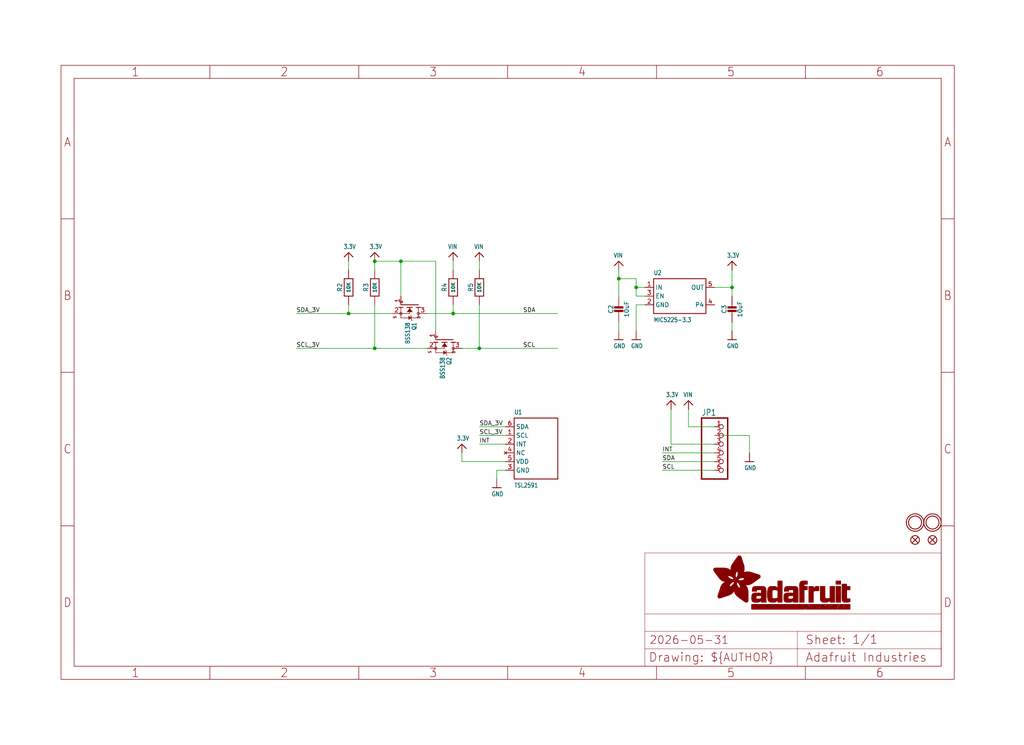
<source format=kicad_sch>
(kicad_sch (version 20230121) (generator eeschema)
  (paper "User" 298.45 217.322)
  (lib_symbols
    (symbol "working-eagle-import:3.3V" (power)
      (property "Value" "3.3V" (at -1.524 1.016 0))
      (symbol "3.3V_1_0"
        (pin power_in line (at 0 -2.54 90) (length 2.54) (name "3.3V") (number "1"))
      )
    )
    (symbol "working-eagle-import:CAP_CERAMIC0805-NOOUTLINE"
      (property "Reference" "C" (at -2.29 1.25 90))
      (symbol "CAP_CERAMIC0805-NOOUTLINE_1_0"
        (pin passive line (at 0 5.08 270) (length 2.54) (name "1") (number "1"))
        (pin passive line (at 0 -2.54 90) (length 2.54) (name "2") (number "2"))
      )
    )
    (symbol "working-eagle-import:FIDUCIAL{dblquote}{dblquote}")
    (symbol "working-eagle-import:FRAME_A4_ADAFRUIT"
      (symbol "FRAME_A4_ADAFRUIT_1_0"
        (text "${#}/${##}" (at 230.505 10.16 0) (effects (font (size 2.54 2.54)) (justify left bottom)))
        (text "${AUTHOR}" (at 189.23 5.08 0) (effects (font (size 2.286 2.286)) (justify left bottom)))
        (text "${CURRENT_DATE}" (at 171.45 10.16 0) (effects (font (size 2.286 2.286)) (justify left bottom)))
        (text "${PROJECTNAME}" (at 171.45 15.24 0) (effects (font (size 2.54 2.54)) (justify left bottom)))
        (text "1" (at 21.6958 1.905 0) (effects (font (size 2.54 2.286))))
        (text "1" (at 21.6958 177.165 0) (effects (font (size 2.54 2.286))))
        (text "2" (at 65.0875 1.905 0) (effects (font (size 2.54 2.286))))
        (text "2" (at 65.0875 177.165 0) (effects (font (size 2.54 2.286))))
        (text "3" (at 108.4792 1.905 0) (effects (font (size 2.54 2.286))))
        (text "3" (at 108.4792 177.165 0) (effects (font (size 2.54 2.286))))
        (text "4" (at 151.8708 1.905 0) (effects (font (size 2.54 2.286))))
        (text "4" (at 151.8708 177.165 0) (effects (font (size 2.54 2.286))))
        (text "5" (at 195.2625 1.905 0) (effects (font (size 2.54 2.286))))
        (text "5" (at 195.2625 177.165 0) (effects (font (size 2.54 2.286))))
        (text "6" (at 238.6542 1.905 0) (effects (font (size 2.54 2.286))))
        (text "6" (at 238.6542 177.165 0) (effects (font (size 2.54 2.286))))
        (text "A" (at 1.905 156.6863 0) (effects (font (size 2.54 2.286))))
        (text "A" (at 258.445 156.6863 0) (effects (font (size 2.54 2.286))))
        (text "Adafruit Industries" (at 216.916 4.953 0) (effects (font (size 2.54 2.54)) (justify left bottom)))
        (text "B" (at 1.905 111.9188 0) (effects (font (size 2.54 2.286))))
        (text "B" (at 258.445 111.9188 0) (effects (font (size 2.54 2.286))))
        (text "C" (at 1.905 67.1513 0) (effects (font (size 2.54 2.286))))
        (text "C" (at 258.445 67.1513 0) (effects (font (size 2.54 2.286))))
        (text "D" (at 1.905 22.3838 0) (effects (font (size 2.54 2.286))))
        (text "D" (at 258.445 22.3838 0) (effects (font (size 2.54 2.286))))
        (text "Drawing:" (at 171.196 4.953 0) (effects (font (size 2.54 2.54)) (justify left bottom)))
        (text "Sheet:" (at 216.916 10.033 0) (effects (font (size 2.54 2.54)) (justify left bottom)))
      )
    )
    (symbol "working-eagle-import:GND" (power)
      (property "Value" "GND" (at -1.524 -2.54 0))
      (symbol "GND_1_0"
        (pin power_in line (at 0 2.54 270) (length 2.54) (name "GND") (number "1"))
      )
    )
    (symbol "working-eagle-import:HEADER-1X676MIL_FULLROUND"
      (property "Reference" "JP" (at -6.35 10.795 0))
      (symbol "HEADER-1X676MIL_FULLROUND_1_0"
        (pin passive inverted (at -2.54 7.62 0) (length 2.54) (name "1") (number "1"))
        (pin passive inverted (at -2.54 5.08 0) (length 2.54) (name "2") (number "2"))
        (pin passive inverted (at -2.54 2.54 0) (length 2.54) (name "3") (number "3"))
        (pin passive inverted (at -2.54 0 0) (length 2.54) (name "4") (number "4"))
        (pin passive inverted (at -2.54 -2.54 0) (length 2.54) (name "5") (number "5"))
        (pin passive inverted (at -2.54 -5.08 0) (length 2.54) (name "6") (number "6"))
      )
    )
    (symbol "working-eagle-import:LIGHT_TSL2591"
      (property "Reference" "U" (at -7.62 8.636 0))
      (symbol "LIGHT_TSL2591_1_0"
        (pin bidirectional line (at -10.16 2.54 0) (length 2.54) (name "SCL") (number "1"))
        (pin output line (at -10.16 0 0) (length 2.54) (name "INT") (number "2"))
        (pin power_in line (at -10.16 -7.62 0) (length 2.54) (name "GND") (number "3"))
        (pin no_connect line (at -10.16 -2.54 0) (length 2.54) (name "NC") (number "4"))
        (pin power_in line (at -10.16 -5.08 0) (length 2.54) (name "VDD") (number "5"))
        (pin bidirectional line (at -10.16 5.08 0) (length 2.54) (name "SDA") (number "6"))
      )
    )
    (symbol "working-eagle-import:MOSFET-NWIDE"
      (property "Reference" "Q" (at 5.08 0.635 0))
      (symbol "MOSFET-NWIDE_1_0"
        (text "D" (at 3.175 3.175 0) (effects (font (size 0.8128 0.6908)) (justify left bottom)))
        (text "G" (at -1.27 -1.905 0) (effects (font (size 0.8128 0.6908)) (justify left bottom)))
        (text "S" (at 3.175 -3.81 0) (effects (font (size 0.8128 0.6908)) (justify left bottom)))
        (pin bidirectional line (at -2.54 -2.54 0) (length 2.54) (name "G") (number "1"))
        (pin bidirectional line (at 2.54 -5.08 90) (length 2.54) (name "S") (number "2"))
        (pin bidirectional line (at 2.54 5.08 270) (length 2.54) (name "D") (number "3"))
      )
    )
    (symbol "working-eagle-import:MOUNTINGHOLE2.5")
    (symbol "working-eagle-import:RESISTOR0805_NOOUTLINE"
      (property "Reference" "R" (at 0 2.54 0))
      (symbol "RESISTOR0805_NOOUTLINE_1_0"
        (pin passive line (at -5.08 0 0) (length 2.54) (name "1") (number "1"))
        (pin passive line (at 5.08 0 180) (length 2.54) (name "2") (number "2"))
      )
    )
    (symbol "working-eagle-import:RESISTOR_0805MP"
      (property "Reference" "R" (at 0 2.54 0))
      (symbol "RESISTOR_0805MP_1_0"
        (pin passive line (at -5.08 0 0) (length 2.54) (name "1") (number "1"))
        (pin passive line (at 5.08 0 180) (length 2.54) (name "2") (number "2"))
      )
    )
    (symbol "working-eagle-import:VIN" (power)
      (property "Value" "VIN" (at -1.524 1.016 0))
      (symbol "VIN_1_0"
        (pin power_in line (at 0 -2.54 90) (length 2.54) (name "VIN") (number "1"))
      )
    )
    (symbol "working-eagle-import:VREG_SOT23-5"
      (property "Reference" "U" (at -7.62 6.096 0))
      (symbol "VREG_SOT23-5_1_0"
        (pin power_in line (at -10.16 2.54 0) (length 2.54) (name "IN") (number "1"))
        (pin power_in line (at -10.16 -2.54 0) (length 2.54) (name "GND") (number "2"))
        (pin input line (at -10.16 0 0) (length 2.54) (name "EN") (number "3"))
        (pin bidirectional line (at 10.16 -2.54 180) (length 2.54) (name "P4") (number "4"))
        (pin power_in line (at 10.16 2.54 180) (length 2.54) (name "OUT") (number "5"))
      )
    )
  )
  (junction (at 213.36 83.82))
  (junction (at 109.22 76.2))
  (junction (at 109.22 101.6))
  (junction (at 116.84 76.2))
  (junction (at 132.08 91.44))
  (junction (at 180.34 81.28))
  (junction (at 101.6 91.44))
  (junction (at 139.7 101.6))
  (junction (at 185.42 83.82))
  (wire (pts (xy 139.7 101.6) (xy 162.56 101.6)) (stroke (width 0.1524)))
  (wire (pts (xy 127 76.2) (xy 116.84 76.2)) (stroke (width 0.1524)))
  (wire (pts (xy 132.08 76.2) (xy 132.08 78.74)) (stroke (width 0.1524)))
  (wire (pts (xy 101.6 91.44) (xy 86.36 91.44)) (stroke (width 0.1524)))
  (wire (pts (xy 200.66 124.46) (xy 200.66 119.38)) (stroke (width 0.1524)))
  (wire (pts (xy 208.28 129.54) (xy 195.58 129.54)) (stroke (width 0.1524)))
  (wire (pts (xy 116.84 86.36) (xy 116.84 76.2)) (stroke (width 0.1524)))
  (wire (pts (xy 139.7 76.2) (xy 139.7 78.74)) (stroke (width 0.1524)))
  (wire (pts (xy 208.28 83.82) (xy 213.36 83.82)) (stroke (width 0.1524)))
  (wire (pts (xy 147.32 129.54) (xy 139.7 129.54)) (stroke (width 0.1524)))
  (wire (pts (xy 185.42 83.82) (xy 185.42 81.28)) (stroke (width 0.1524)))
  (wire (pts (xy 180.34 86.36) (xy 180.34 81.28)) (stroke (width 0.1524)))
  (wire (pts (xy 193.04 137.16) (xy 208.28 137.16)) (stroke (width 0.1524)))
  (wire (pts (xy 213.36 78.74) (xy 213.36 83.82)) (stroke (width 0.1524)))
  (wire (pts (xy 139.7 88.9) (xy 139.7 101.6)) (stroke (width 0.1524)))
  (wire (pts (xy 101.6 78.74) (xy 101.6 76.2)) (stroke (width 0.1524)))
  (wire (pts (xy 116.84 76.2) (xy 109.22 76.2)) (stroke (width 0.1524)))
  (wire (pts (xy 134.62 134.62) (xy 134.62 132.08)) (stroke (width 0.1524)))
  (wire (pts (xy 147.32 124.46) (xy 139.7 124.46)) (stroke (width 0.1524)))
  (wire (pts (xy 109.22 88.9) (xy 109.22 101.6)) (stroke (width 0.1524)))
  (wire (pts (xy 147.32 134.62) (xy 134.62 134.62)) (stroke (width 0.1524)))
  (wire (pts (xy 132.08 91.44) (xy 162.56 91.44)) (stroke (width 0.1524)))
  (wire (pts (xy 185.42 88.9) (xy 185.42 96.52)) (stroke (width 0.1524)))
  (wire (pts (xy 180.34 81.28) (xy 180.34 78.74)) (stroke (width 0.1524)))
  (wire (pts (xy 134.62 101.6) (xy 139.7 101.6)) (stroke (width 0.1524)))
  (wire (pts (xy 187.96 83.82) (xy 185.42 83.82)) (stroke (width 0.1524)))
  (wire (pts (xy 187.96 88.9) (xy 185.42 88.9)) (stroke (width 0.1524)))
  (wire (pts (xy 193.04 134.62) (xy 208.28 134.62)) (stroke (width 0.1524)))
  (wire (pts (xy 124.46 91.44) (xy 132.08 91.44)) (stroke (width 0.1524)))
  (wire (pts (xy 213.36 93.98) (xy 213.36 96.52)) (stroke (width 0.1524)))
  (wire (pts (xy 132.08 88.9) (xy 132.08 91.44)) (stroke (width 0.1524)))
  (wire (pts (xy 147.32 137.16) (xy 144.78 137.16)) (stroke (width 0.1524)))
  (wire (pts (xy 101.6 88.9) (xy 101.6 91.44)) (stroke (width 0.1524)))
  (wire (pts (xy 218.44 127) (xy 218.44 132.08)) (stroke (width 0.1524)))
  (wire (pts (xy 208.28 124.46) (xy 200.66 124.46)) (stroke (width 0.1524)))
  (wire (pts (xy 187.96 86.36) (xy 185.42 86.36)) (stroke (width 0.1524)))
  (wire (pts (xy 208.28 127) (xy 218.44 127)) (stroke (width 0.1524)))
  (wire (pts (xy 127 96.52) (xy 127 76.2)) (stroke (width 0.1524)))
  (wire (pts (xy 213.36 83.82) (xy 213.36 86.36)) (stroke (width 0.1524)))
  (wire (pts (xy 109.22 101.6) (xy 86.36 101.6)) (stroke (width 0.1524)))
  (wire (pts (xy 124.46 101.6) (xy 109.22 101.6)) (stroke (width 0.1524)))
  (wire (pts (xy 185.42 81.28) (xy 180.34 81.28)) (stroke (width 0.1524)))
  (wire (pts (xy 109.22 78.74) (xy 109.22 76.2)) (stroke (width 0.1524)))
  (wire (pts (xy 147.32 127) (xy 139.7 127)) (stroke (width 0.1524)))
  (wire (pts (xy 180.34 93.98) (xy 180.34 96.52)) (stroke (width 0.1524)))
  (wire (pts (xy 114.3 91.44) (xy 101.6 91.44)) (stroke (width 0.1524)))
  (wire (pts (xy 144.78 137.16) (xy 144.78 139.7)) (stroke (width 0.1524)))
  (wire (pts (xy 208.28 132.08) (xy 193.04 132.08)) (stroke (width 0.1524)))
  (wire (pts (xy 195.58 129.54) (xy 195.58 119.38)) (stroke (width 0.1524)))
  (wire (pts (xy 185.42 86.36) (xy 185.42 83.82)) (stroke (width 0.1524)))
  (label "SCL" (at 193.04 137.16 0) (effects (font (size 1.2446 1.2446))))
  (label "SDA" (at 193.04 134.62 0) (effects (font (size 1.2446 1.2446))))
  (label "SCL_3V" (at 139.7 127 0) (effects (font (size 1.2446 1.2446))))
  (label "SCL_3V" (at 86.36 101.6 0) (effects (font (size 1.2446 1.2446))))
  (label "INT" (at 139.7 129.54 0) (effects (font (size 1.2446 1.2446))))
  (label "INT" (at 193.04 132.08 0) (effects (font (size 1.2446 1.2446))))
  (label "SDA" (at 152.4 91.44 0) (effects (font (size 1.2446 1.2446))))
  (label "SCL" (at 152.4 101.6 0) (effects (font (size 1.2446 1.2446))))
  (label "SDA_3V" (at 86.36 91.44 0) (effects (font (size 1.2446 1.2446))))
  (label "SDA_3V" (at 139.7 124.46 0) (effects (font (size 1.2446 1.2446))))
  (symbol (lib_id "working-eagle-import:3.3V") (at 134.62 129.54 0) (unit 1)
    (property "Reference" "#U$2" (effects hide))
    (property "Value" "3.3V" (at 133.096 128.524 0) (effects (font (size 1.27 1.0795)) (justify left bottom)))
  )
  (symbol (lib_id "working-eagle-import:MOSFET-NWIDE") (at 129.54 99.06 270) (unit 1)
    (property "Reference" "Q2" (at 130.175 104.14 0) (effects (font (size 1.27 1.0795)) (justify left bottom)))
    (property "Value" "BSS138" (at 128.27 104.14 0) (effects (font (size 1.27 1.0795)) (justify left bottom)))
    (property "Footprint" "working:SOT23-WIDE" (effects hide))
  )
  (symbol (lib_id "working-eagle-import:GND") (at 218.44 134.62 0) (unit 1)
    (property "Reference" "#U$14" (effects hide))
    (property "Value" "GND" (at 216.916 137.16 0) (effects (font (size 1.27 1.0795)) (justify left bottom)))
  )
  (symbol (lib_id "working-eagle-import:GND") (at 185.42 99.06 0) (unit 1)
    (property "Reference" "#U$8" (effects hide))
    (property "Value" "GND" (at 183.896 101.6 0) (effects (font (size 1.27 1.0795)) (justify left bottom)))
  )
  (symbol (lib_id "working-eagle-import:LIGHT_TSL2591") (at 157.48 129.54 0) (unit 1)
    (property "Reference" "U1" (at 149.86 120.904 0) (effects (font (size 1.27 1.0795)) (justify left bottom)))
    (property "Value" "TSL2591" (at 149.86 142.24 0) (effects (font (size 1.27 1.0795)) (justify left bottom)))
    (property "Footprint" "working:DFN6_TAOS" (effects hide))
  )
  (symbol (lib_id "working-eagle-import:RESISTOR0805_NOOUTLINE") (at 109.22 83.82 90) (unit 1)
    (property "Reference" "R3" (at 106.68 83.82 0))
    (property "Value" "10K" (at 109.22 83.82 0) (effects (font (size 1.016 1.016) bold)))
    (property "Footprint" "working:0805-NO" (effects hide))
  )
  (symbol (lib_id "working-eagle-import:MOUNTINGHOLE2.5") (at 266.7 152.4 0) (unit 1)
    (property "Reference" "U$19" (effects hide))
    (property "Value" "MOUNTINGHOLE2.5" (effects hide))
    (property "Footprint" "working:MOUNTINGHOLE_2.5_PLATED" (effects hide))
  )
  (symbol (lib_id "working-eagle-import:3.3V") (at 195.58 116.84 0) (unit 1)
    (property "Reference" "#U$13" (effects hide))
    (property "Value" "3.3V" (at 194.056 115.824 0) (effects (font (size 1.27 1.0795)) (justify left bottom)))
  )
  (symbol (lib_id "working-eagle-import:VREG_SOT23-5") (at 198.12 86.36 0) (unit 1)
    (property "Reference" "U2" (at 190.5 80.264 0) (effects (font (size 1.27 1.0795)) (justify left bottom)))
    (property "Value" "MIC5225-3.3" (at 190.5 93.98 0) (effects (font (size 1.27 1.0795)) (justify left bottom)))
    (property "Footprint" "working:SOT23-5" (effects hide))
  )
  (symbol (lib_id "working-eagle-import:3.3V") (at 101.6 73.66 0) (unit 1)
    (property "Reference" "#U$10" (effects hide))
    (property "Value" "3.3V" (at 100.076 72.644 0) (effects (font (size 1.27 1.0795)) (justify left bottom)))
  )
  (symbol (lib_id "working-eagle-import:CAP_CERAMIC0805-NOOUTLINE") (at 213.36 91.44 0) (unit 1)
    (property "Reference" "C3" (at 211.07 90.19 90))
    (property "Value" "10uF" (at 215.66 90.19 90))
    (property "Footprint" "working:0805-NO" (effects hide))
  )
  (symbol (lib_id "working-eagle-import:RESISTOR0805_NOOUTLINE") (at 132.08 83.82 90) (unit 1)
    (property "Reference" "R4" (at 129.54 83.82 0))
    (property "Value" "10K" (at 132.08 83.82 0) (effects (font (size 1.016 1.016) bold)))
    (property "Footprint" "working:0805-NO" (effects hide))
  )
  (symbol (lib_id "working-eagle-import:3.3V") (at 109.22 73.66 0) (unit 1)
    (property "Reference" "#U$11" (effects hide))
    (property "Value" "3.3V" (at 107.696 72.644 0) (effects (font (size 1.27 1.0795)) (justify left bottom)))
  )
  (symbol (lib_id "working-eagle-import:CAP_CERAMIC0805-NOOUTLINE") (at 180.34 91.44 0) (unit 1)
    (property "Reference" "C2" (at 178.05 90.19 90))
    (property "Value" "10uF" (at 182.64 90.19 90))
    (property "Footprint" "working:0805-NO" (effects hide))
  )
  (symbol (lib_id "working-eagle-import:FIDUCIAL{dblquote}{dblquote}") (at 266.7 157.48 0) (unit 1)
    (property "Reference" "FID2" (effects hide))
    (property "Value" "FIDUCIAL{dblquote}{dblquote}" (effects hide))
    (property "Footprint" "working:FIDUCIAL_1MM" (effects hide))
  )
  (symbol (lib_id "working-eagle-import:HEADER-1X676MIL_FULLROUND") (at 210.82 132.08 0) (unit 1)
    (property "Reference" "JP1" (at 204.47 121.285 0) (effects (font (size 1.778 1.5113)) (justify left bottom)))
    (property "Value" "HEADER-1X676MIL_FULLROUND" (effects hide))
    (property "Footprint" "working:1X06_ROUND_FULL_76" (effects hide))
  )
  (symbol (lib_id "working-eagle-import:RESISTOR_0805MP") (at 139.7 83.82 90) (unit 1)
    (property "Reference" "R5" (at 137.16 83.82 0))
    (property "Value" "10K" (at 139.7 83.82 0) (effects (font (size 1.016 1.016) bold)))
    (property "Footprint" "working:_0805MP" (effects hide))
  )
  (symbol (lib_id "working-eagle-import:MOSFET-NWIDE") (at 119.38 88.9 270) (unit 1)
    (property "Reference" "Q1" (at 120.015 93.98 0) (effects (font (size 1.27 1.0795)) (justify left bottom)))
    (property "Value" "BSS138" (at 118.11 93.98 0) (effects (font (size 1.27 1.0795)) (justify left bottom)))
    (property "Footprint" "working:SOT23-WIDE" (effects hide))
  )
  (symbol (lib_id "working-eagle-import:GND") (at 213.36 99.06 0) (unit 1)
    (property "Reference" "#U$12" (effects hide))
    (property "Value" "GND" (at 211.836 101.6 0) (effects (font (size 1.27 1.0795)) (justify left bottom)))
  )
  (symbol (lib_id "working-eagle-import:FRAME_A4_ADAFRUIT") (at 17.78 198.12 0) (unit 1)
    (property "Reference" "#U$1" (effects hide))
    (property "Value" "FRAME_A4_ADAFRUIT" (effects hide))
  )
  (symbol (lib_id "working-eagle-import:VIN") (at 139.7 73.66 0) (unit 1)
    (property "Reference" "#U$17" (effects hide))
    (property "Value" "VIN" (at 138.176 72.644 0) (effects (font (size 1.27 1.0795)) (justify left bottom)))
  )
  (symbol (lib_id "working-eagle-import:VIN") (at 200.66 116.84 0) (unit 1)
    (property "Reference" "#U$5" (effects hide))
    (property "Value" "VIN" (at 199.136 115.824 0) (effects (font (size 1.27 1.0795)) (justify left bottom)))
  )
  (symbol (lib_id "working-eagle-import:RESISTOR0805_NOOUTLINE") (at 101.6 83.82 90) (unit 1)
    (property "Reference" "R2" (at 99.06 83.82 0))
    (property "Value" "10K" (at 101.6 83.82 0) (effects (font (size 1.016 1.016) bold)))
    (property "Footprint" "working:0805-NO" (effects hide))
  )
  (symbol (lib_id "working-eagle-import:FIDUCIAL{dblquote}{dblquote}") (at 271.78 157.48 0) (unit 1)
    (property "Reference" "FID1" (effects hide))
    (property "Value" "FIDUCIAL{dblquote}{dblquote}" (effects hide))
    (property "Footprint" "working:FIDUCIAL_1MM" (effects hide))
  )
  (symbol (lib_id "working-eagle-import:GND") (at 180.34 99.06 0) (unit 1)
    (property "Reference" "#U$7" (effects hide))
    (property "Value" "GND" (at 178.816 101.6 0) (effects (font (size 1.27 1.0795)) (justify left bottom)))
  )
  (symbol (lib_id "working-eagle-import:3.3V") (at 213.36 76.2 0) (unit 1)
    (property "Reference" "#U$9" (effects hide))
    (property "Value" "3.3V" (at 211.836 75.184 0) (effects (font (size 1.27 1.0795)) (justify left bottom)))
  )
  (symbol (lib_id "working-eagle-import:MOUNTINGHOLE2.5") (at 271.78 152.4 0) (unit 1)
    (property "Reference" "U$18" (effects hide))
    (property "Value" "MOUNTINGHOLE2.5" (effects hide))
    (property "Footprint" "working:MOUNTINGHOLE_2.5_PLATED" (effects hide))
  )
  (symbol (lib_id "working-eagle-import:VIN") (at 180.34 76.2 0) (unit 1)
    (property "Reference" "#U$6" (effects hide))
    (property "Value" "VIN" (at 178.816 75.184 0) (effects (font (size 1.27 1.0795)) (justify left bottom)))
  )
  (symbol (lib_id "working-eagle-import:VIN") (at 132.08 73.66 0) (unit 1)
    (property "Reference" "#U$16" (effects hide))
    (property "Value" "VIN" (at 130.556 72.644 0) (effects (font (size 1.27 1.0795)) (justify left bottom)))
  )
  (symbol (lib_id "working-eagle-import:GND") (at 144.78 142.24 0) (unit 1)
    (property "Reference" "#U$3" (effects hide))
    (property "Value" "GND" (at 143.256 144.78 0) (effects (font (size 1.27 1.0795)) (justify left bottom)))
  )
)
</source>
